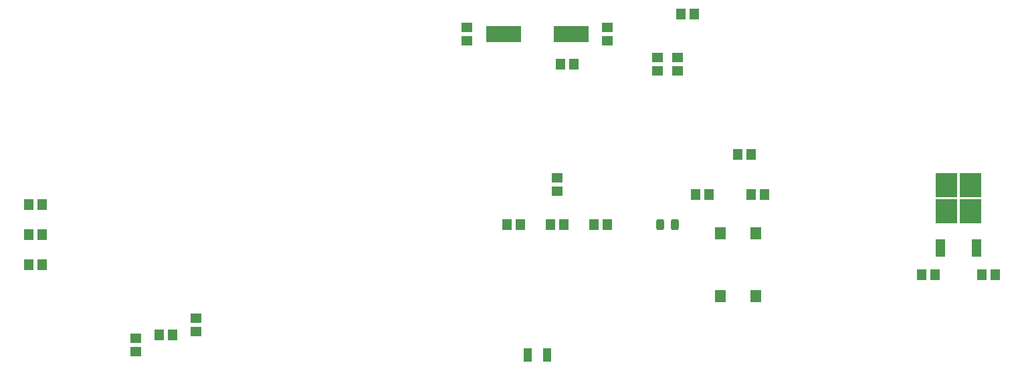
<source format=gbr>
%TF.GenerationSoftware,KiCad,Pcbnew,(6.0.5-0)*%
%TF.CreationDate,2022-07-22T18:33:55-05:00*%
%TF.ProjectId,calebs_HPS_clock,63616c65-6273-45f4-9850-535f636c6f63,C*%
%TF.SameCoordinates,PX4c4b400PY8a48640*%
%TF.FileFunction,Paste,Top*%
%TF.FilePolarity,Positive*%
%FSLAX46Y46*%
G04 Gerber Fmt 4.6, Leading zero omitted, Abs format (unit mm)*
G04 Created by KiCad (PCBNEW (6.0.5-0)) date 2022-07-22 18:33:55*
%MOMM*%
%LPD*%
G01*
G04 APERTURE LIST*
G04 Aperture macros list*
%AMRoundRect*
0 Rectangle with rounded corners*
0 $1 Rounding radius*
0 $2 $3 $4 $5 $6 $7 $8 $9 X,Y pos of 4 corners*
0 Add a 4 corners polygon primitive as box body*
4,1,4,$2,$3,$4,$5,$6,$7,$8,$9,$2,$3,0*
0 Add four circle primitives for the rounded corners*
1,1,$1+$1,$2,$3*
1,1,$1+$1,$4,$5*
1,1,$1+$1,$6,$7*
1,1,$1+$1,$8,$9*
0 Add four rect primitives between the rounded corners*
20,1,$1+$1,$2,$3,$4,$5,0*
20,1,$1+$1,$4,$5,$6,$7,0*
20,1,$1+$1,$6,$7,$8,$9,0*
20,1,$1+$1,$8,$9,$2,$3,0*%
G04 Aperture macros list end*
%ADD10R,1.400000X1.150000*%
%ADD11R,1.150000X1.400000*%
%ADD12R,1.400000X1.600000*%
%ADD13R,2.750000X3.050000*%
%ADD14R,1.200000X2.200000*%
%ADD15R,4.500000X2.000000*%
%ADD16RoundRect,0.243750X-0.243750X-0.456250X0.243750X-0.456250X0.243750X0.456250X-0.243750X0.456250X0*%
%ADD17R,1.000000X1.800000*%
G04 APERTURE END LIST*
D10*
%TO.C,R3*%
X95260000Y41280000D03*
X95260000Y42980000D03*
%TD*%
%TO.C,C5*%
X68590000Y45090000D03*
X68590000Y46790000D03*
%TD*%
D11*
%TO.C,R8*%
X95680000Y48480000D03*
X97380000Y48480000D03*
%TD*%
%TO.C,R9*%
X31340000Y7840000D03*
X29640000Y7840000D03*
%TD*%
%TO.C,R2*%
X102880000Y30700000D03*
X104580000Y30700000D03*
%TD*%
%TO.C,C9*%
X13130000Y20540000D03*
X14830000Y20540000D03*
%TD*%
%TO.C,C10*%
X13130000Y16730000D03*
X14830000Y16730000D03*
%TD*%
D12*
%TO.C,SW1*%
X100630000Y12730000D03*
X100630000Y20730000D03*
X105130000Y12730000D03*
X105130000Y20730000D03*
%TD*%
D11*
%TO.C,C2*%
X82140000Y42130000D03*
X80440000Y42130000D03*
%TD*%
D10*
%TO.C,C1*%
X80020000Y27740000D03*
X80020000Y26040000D03*
%TD*%
D13*
%TO.C,U2*%
X132345000Y23505000D03*
X129295000Y26855000D03*
X132345000Y26855000D03*
X129295000Y23505000D03*
D14*
X128540000Y18880000D03*
X133100000Y18880000D03*
%TD*%
D15*
%TO.C,Y1*%
X73230000Y45940000D03*
X81730000Y45940000D03*
%TD*%
D11*
%TO.C,R6*%
X86370000Y21810000D03*
X84670000Y21810000D03*
%TD*%
%TO.C,R5*%
X79170000Y21810000D03*
X80870000Y21810000D03*
%TD*%
D16*
%TO.C,D1*%
X93052500Y21810000D03*
X94927500Y21810000D03*
%TD*%
D11*
%TO.C,R7*%
X13130000Y24350000D03*
X14830000Y24350000D03*
%TD*%
D10*
%TO.C,C4*%
X86370000Y45090000D03*
X86370000Y46790000D03*
%TD*%
%TO.C,C11*%
X26680000Y7420000D03*
X26680000Y5720000D03*
%TD*%
D17*
%TO.C,Y2*%
X78730000Y5300000D03*
X76230000Y5300000D03*
%TD*%
D10*
%TO.C,R4*%
X92720000Y41280000D03*
X92720000Y42980000D03*
%TD*%
%TO.C,R10*%
X34300000Y9960000D03*
X34300000Y8260000D03*
%TD*%
D11*
%TO.C,C3*%
X104570000Y25620000D03*
X106270000Y25620000D03*
%TD*%
%TO.C,C6*%
X127860000Y15460000D03*
X126160000Y15460000D03*
%TD*%
%TO.C,C8*%
X73670000Y21810000D03*
X75370000Y21810000D03*
%TD*%
%TO.C,C7*%
X133780000Y15460000D03*
X135480000Y15460000D03*
%TD*%
%TO.C,R11*%
X97550000Y25620000D03*
X99250000Y25620000D03*
%TD*%
M02*

</source>
